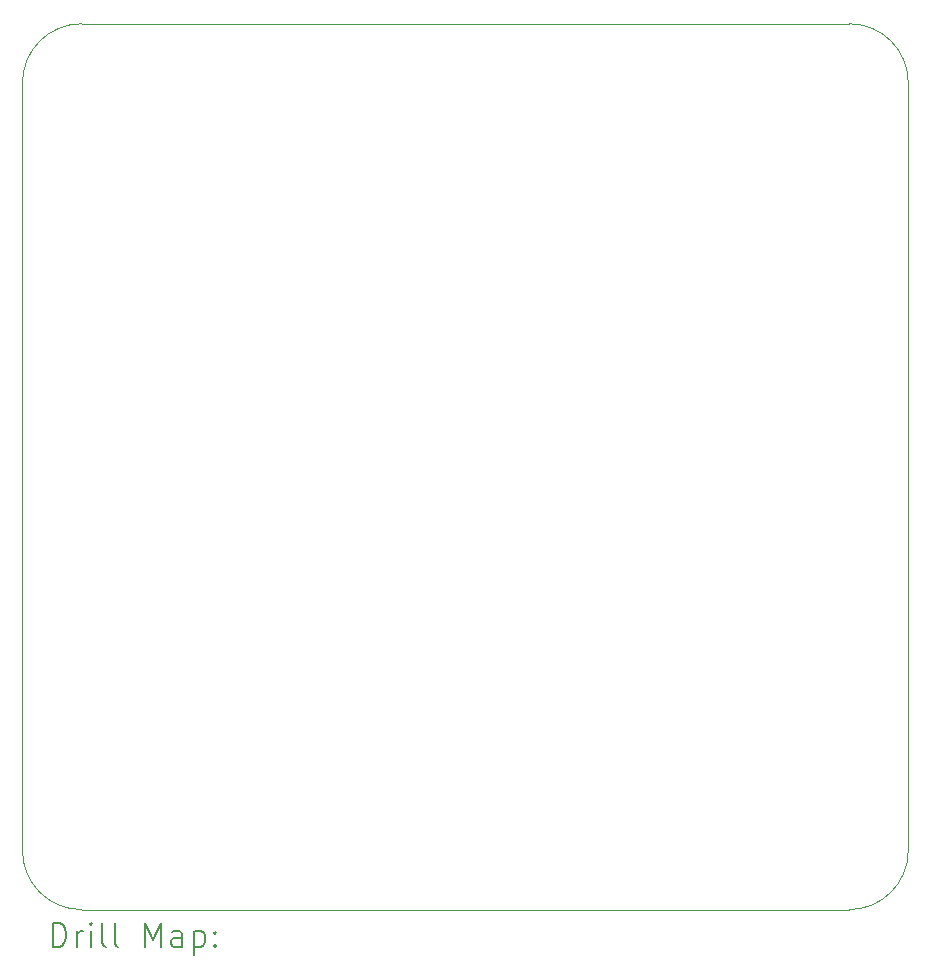
<source format=gbr>
%TF.GenerationSoftware,KiCad,Pcbnew,8.0.4*%
%TF.CreationDate,2024-11-08T13:08:58-05:00*%
%TF.ProjectId,2.4GHz_Patch,322e3447-487a-45f5-9061-7463682e6b69,rev?*%
%TF.SameCoordinates,Original*%
%TF.FileFunction,Drillmap*%
%TF.FilePolarity,Positive*%
%FSLAX45Y45*%
G04 Gerber Fmt 4.5, Leading zero omitted, Abs format (unit mm)*
G04 Created by KiCad (PCBNEW 8.0.4) date 2024-11-08 13:08:58*
%MOMM*%
%LPD*%
G01*
G04 APERTURE LIST*
%ADD10C,0.050000*%
%ADD11C,0.200000*%
G04 APERTURE END LIST*
D10*
X18640000Y-3255900D02*
G75*
G02*
X19140000Y-3755900I0J-500000D01*
G01*
X19140000Y-10255900D02*
G75*
G02*
X18640000Y-10755900I-500000J0D01*
G01*
X11640000Y-3755900D02*
G75*
G02*
X12140000Y-3255900I500000J0D01*
G01*
X12140000Y-10755900D02*
G75*
G02*
X11640000Y-10255900I0J500000D01*
G01*
X12140000Y-3255900D02*
X18640000Y-3255900D01*
X19140000Y-3755900D02*
X19140000Y-10255900D01*
X18640000Y-10755900D02*
X12140000Y-10755900D01*
X11640000Y-10255900D02*
X11640000Y-3755900D01*
D11*
X11898277Y-11069884D02*
X11898277Y-10869884D01*
X11898277Y-10869884D02*
X11945896Y-10869884D01*
X11945896Y-10869884D02*
X11974467Y-10879408D01*
X11974467Y-10879408D02*
X11993515Y-10898455D01*
X11993515Y-10898455D02*
X12003039Y-10917503D01*
X12003039Y-10917503D02*
X12012562Y-10955598D01*
X12012562Y-10955598D02*
X12012562Y-10984170D01*
X12012562Y-10984170D02*
X12003039Y-11022265D01*
X12003039Y-11022265D02*
X11993515Y-11041312D01*
X11993515Y-11041312D02*
X11974467Y-11060360D01*
X11974467Y-11060360D02*
X11945896Y-11069884D01*
X11945896Y-11069884D02*
X11898277Y-11069884D01*
X12098277Y-11069884D02*
X12098277Y-10936550D01*
X12098277Y-10974646D02*
X12107801Y-10955598D01*
X12107801Y-10955598D02*
X12117324Y-10946074D01*
X12117324Y-10946074D02*
X12136372Y-10936550D01*
X12136372Y-10936550D02*
X12155420Y-10936550D01*
X12222086Y-11069884D02*
X12222086Y-10936550D01*
X12222086Y-10869884D02*
X12212562Y-10879408D01*
X12212562Y-10879408D02*
X12222086Y-10888931D01*
X12222086Y-10888931D02*
X12231610Y-10879408D01*
X12231610Y-10879408D02*
X12222086Y-10869884D01*
X12222086Y-10869884D02*
X12222086Y-10888931D01*
X12345896Y-11069884D02*
X12326848Y-11060360D01*
X12326848Y-11060360D02*
X12317324Y-11041312D01*
X12317324Y-11041312D02*
X12317324Y-10869884D01*
X12450658Y-11069884D02*
X12431610Y-11060360D01*
X12431610Y-11060360D02*
X12422086Y-11041312D01*
X12422086Y-11041312D02*
X12422086Y-10869884D01*
X12679229Y-11069884D02*
X12679229Y-10869884D01*
X12679229Y-10869884D02*
X12745896Y-11012741D01*
X12745896Y-11012741D02*
X12812562Y-10869884D01*
X12812562Y-10869884D02*
X12812562Y-11069884D01*
X12993515Y-11069884D02*
X12993515Y-10965122D01*
X12993515Y-10965122D02*
X12983991Y-10946074D01*
X12983991Y-10946074D02*
X12964943Y-10936550D01*
X12964943Y-10936550D02*
X12926848Y-10936550D01*
X12926848Y-10936550D02*
X12907801Y-10946074D01*
X12993515Y-11060360D02*
X12974467Y-11069884D01*
X12974467Y-11069884D02*
X12926848Y-11069884D01*
X12926848Y-11069884D02*
X12907801Y-11060360D01*
X12907801Y-11060360D02*
X12898277Y-11041312D01*
X12898277Y-11041312D02*
X12898277Y-11022265D01*
X12898277Y-11022265D02*
X12907801Y-11003217D01*
X12907801Y-11003217D02*
X12926848Y-10993693D01*
X12926848Y-10993693D02*
X12974467Y-10993693D01*
X12974467Y-10993693D02*
X12993515Y-10984170D01*
X13088753Y-10936550D02*
X13088753Y-11136550D01*
X13088753Y-10946074D02*
X13107801Y-10936550D01*
X13107801Y-10936550D02*
X13145896Y-10936550D01*
X13145896Y-10936550D02*
X13164943Y-10946074D01*
X13164943Y-10946074D02*
X13174467Y-10955598D01*
X13174467Y-10955598D02*
X13183991Y-10974646D01*
X13183991Y-10974646D02*
X13183991Y-11031789D01*
X13183991Y-11031789D02*
X13174467Y-11050836D01*
X13174467Y-11050836D02*
X13164943Y-11060360D01*
X13164943Y-11060360D02*
X13145896Y-11069884D01*
X13145896Y-11069884D02*
X13107801Y-11069884D01*
X13107801Y-11069884D02*
X13088753Y-11060360D01*
X13269705Y-11050836D02*
X13279229Y-11060360D01*
X13279229Y-11060360D02*
X13269705Y-11069884D01*
X13269705Y-11069884D02*
X13260182Y-11060360D01*
X13260182Y-11060360D02*
X13269705Y-11050836D01*
X13269705Y-11050836D02*
X13269705Y-11069884D01*
X13269705Y-10946074D02*
X13279229Y-10955598D01*
X13279229Y-10955598D02*
X13269705Y-10965122D01*
X13269705Y-10965122D02*
X13260182Y-10955598D01*
X13260182Y-10955598D02*
X13269705Y-10946074D01*
X13269705Y-10946074D02*
X13269705Y-10965122D01*
M02*

</source>
